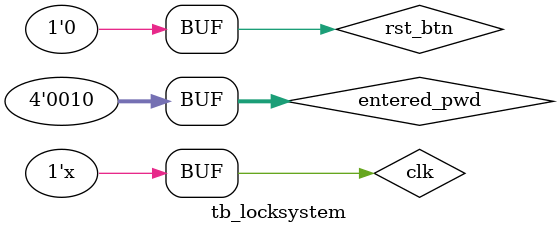
<source format=v>
module tb_locksystem();
reg clk,rst_btn;
reg [3:0] entered_pwd;
wire led_locked, led_unlocked, led_alert;
top_module1 uut (.clk(clk),.rst_btn(rst_btn),.entered_pwd(entered_pwd),.led_locked(led_locked),.led_unlocked(led_unlocked),.led_alert(led_alert));
always #5 clk=~clk;
initial begin
clk=0;rst_btn=1;

end
initial begin
#10 rst_btn=0;

#20 entered_pwd = 1000;
#20 entered_pwd = 1001;
#20 entered_pwd = 1100;
end
initial begin
#20 rst_btn=1;
end
initial begin
#10 rst_btn=0;
end
initial begin
#20 entered_pwd= 1010;
end
endmodule

</source>
